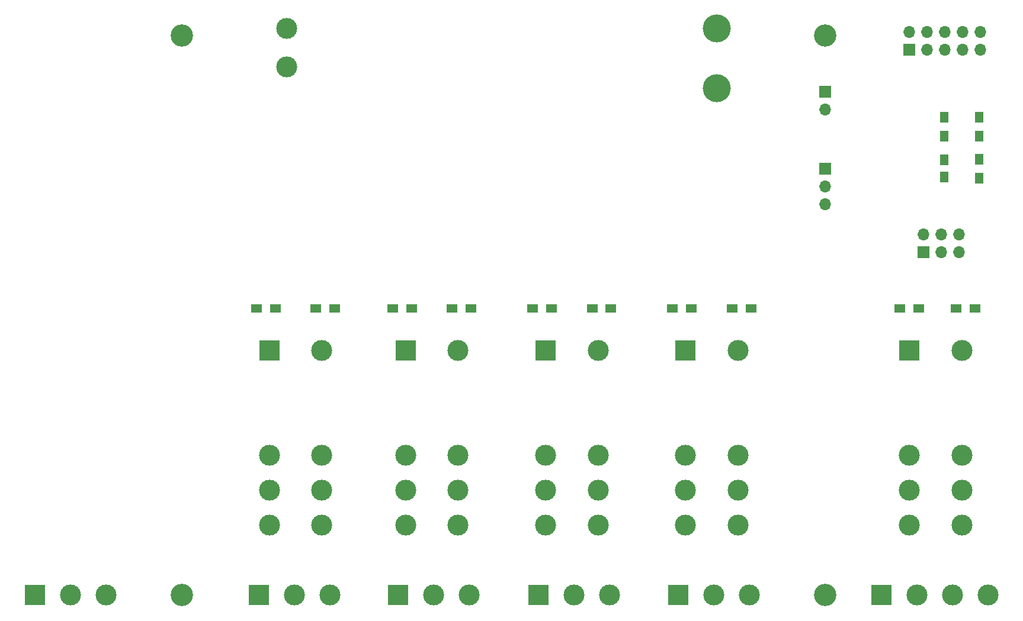
<source format=gbr>
G04 #@! TF.GenerationSoftware,KiCad,Pcbnew,(5.1.8)-1*
G04 #@! TF.CreationDate,2020-11-20T19:23:25+01:00*
G04 #@! TF.ProjectId,light-box,6c696768-742d-4626-9f78-2e6b69636164,rev?*
G04 #@! TF.SameCoordinates,Original*
G04 #@! TF.FileFunction,Soldermask,Top*
G04 #@! TF.FilePolarity,Negative*
%FSLAX46Y46*%
G04 Gerber Fmt 4.6, Leading zero omitted, Abs format (unit mm)*
G04 Created by KiCad (PCBNEW (5.1.8)-1) date 2020-11-20 19:23:25*
%MOMM*%
%LPD*%
G01*
G04 APERTURE LIST*
%ADD10R,1.250000X1.500000*%
%ADD11R,1.500000X1.300000*%
%ADD12R,3.000000X3.000000*%
%ADD13C,3.000000*%
%ADD14O,1.700000X1.700000*%
%ADD15R,1.700000X1.700000*%
%ADD16R,1.300000X1.500000*%
%ADD17C,3.200000*%
%ADD18C,4.000000*%
G04 APERTURE END LIST*
D10*
G04 #@! TO.C,C2*
X208000000Y-70250000D03*
X208000000Y-67750000D03*
G04 #@! TD*
D11*
G04 #@! TO.C,D1*
X109650000Y-89000000D03*
X112350000Y-89000000D03*
G04 #@! TD*
G04 #@! TO.C,D2*
X131850000Y-89000000D03*
X129150000Y-89000000D03*
G04 #@! TD*
G04 #@! TO.C,D3*
X151850000Y-89000000D03*
X149150000Y-89000000D03*
G04 #@! TD*
G04 #@! TO.C,D4*
X169150000Y-89000000D03*
X171850000Y-89000000D03*
G04 #@! TD*
G04 #@! TO.C,D5*
X201650000Y-89000000D03*
X204350000Y-89000000D03*
G04 #@! TD*
D12*
G04 #@! TO.C,J230V1*
X78000000Y-130000000D03*
D13*
X83080000Y-130000000D03*
X88160000Y-130000000D03*
G04 #@! TD*
D14*
G04 #@! TO.C,JBUS1*
X213160000Y-49460000D03*
X213160000Y-52000000D03*
X210620000Y-49460000D03*
X210620000Y-52000000D03*
X208080000Y-49460000D03*
X208080000Y-52000000D03*
X205540000Y-49460000D03*
X205540000Y-52000000D03*
X203000000Y-49460000D03*
D15*
X203000000Y-52000000D03*
G04 #@! TD*
D14*
G04 #@! TO.C,JDBG1*
X191000000Y-74080000D03*
X191000000Y-71540000D03*
D15*
X191000000Y-69000000D03*
G04 #@! TD*
D14*
G04 #@! TO.C,JISP1*
X210080000Y-78460000D03*
X210080000Y-81000000D03*
X207540000Y-78460000D03*
X207540000Y-81000000D03*
X205000000Y-78460000D03*
D15*
X205000000Y-81000000D03*
G04 #@! TD*
D14*
G04 #@! TO.C,JPWR1*
X191000000Y-60540000D03*
D15*
X191000000Y-58000000D03*
G04 #@! TD*
D12*
G04 #@! TO.C,JRL1*
X110000000Y-130000000D03*
D13*
X115080000Y-130000000D03*
X120160000Y-130000000D03*
G04 #@! TD*
G04 #@! TO.C,JRL2*
X140080000Y-130000000D03*
X135000000Y-130000000D03*
D12*
X129920000Y-130000000D03*
G04 #@! TD*
D13*
G04 #@! TO.C,JRL3*
X160160000Y-130000000D03*
X155080000Y-130000000D03*
D12*
X150000000Y-130000000D03*
G04 #@! TD*
D13*
G04 #@! TO.C,JRL4*
X180160000Y-130000000D03*
X175080000Y-130000000D03*
D12*
X170000000Y-130000000D03*
G04 #@! TD*
D13*
G04 #@! TO.C,JRL5*
X214240000Y-130000000D03*
D12*
X199000000Y-130000000D03*
D13*
X209160000Y-130000000D03*
X204080000Y-130000000D03*
G04 #@! TD*
D11*
G04 #@! TO.C,R1*
X118150000Y-89000000D03*
X120850000Y-89000000D03*
G04 #@! TD*
G04 #@! TO.C,R2*
X137650000Y-89000000D03*
X140350000Y-89000000D03*
G04 #@! TD*
G04 #@! TO.C,R3*
X157650000Y-89000000D03*
X160350000Y-89000000D03*
G04 #@! TD*
G04 #@! TO.C,R4*
X177650000Y-89000000D03*
X180350000Y-89000000D03*
G04 #@! TD*
G04 #@! TO.C,R5*
X212350000Y-89000000D03*
X209650000Y-89000000D03*
G04 #@! TD*
D16*
G04 #@! TO.C,R6*
X213000000Y-70350000D03*
X213000000Y-67650000D03*
G04 #@! TD*
G04 #@! TO.C,R7*
X213000000Y-61650000D03*
X213000000Y-64350000D03*
G04 #@! TD*
G04 #@! TO.C,R8*
X208000000Y-61650000D03*
X208000000Y-64350000D03*
G04 #@! TD*
D17*
G04 #@! TO.C,H1*
X99000000Y-50000000D03*
G04 #@! TD*
G04 #@! TO.C,H2*
X191000000Y-50000000D03*
G04 #@! TD*
G04 #@! TO.C,H3*
X191000000Y-130000000D03*
G04 #@! TD*
G04 #@! TO.C,H4*
X99000000Y-130000000D03*
G04 #@! TD*
D13*
G04 #@! TO.C,PS1*
X114000000Y-49000000D03*
D18*
X175500000Y-49000000D03*
D13*
X114000000Y-54500000D03*
D18*
X175500000Y-57500000D03*
G04 #@! TD*
D13*
G04 #@! TO.C,RL1*
X119000000Y-110000000D03*
X119000000Y-120000000D03*
X119000000Y-115000000D03*
X111500000Y-110000000D03*
X111500000Y-120000000D03*
X111500000Y-115000000D03*
X119000000Y-95000000D03*
D12*
X111500000Y-95000000D03*
G04 #@! TD*
G04 #@! TO.C,RL2*
X131000000Y-95000000D03*
D13*
X138500000Y-95000000D03*
X131000000Y-115000000D03*
X131000000Y-120000000D03*
X131000000Y-110000000D03*
X138500000Y-115000000D03*
X138500000Y-120000000D03*
X138500000Y-110000000D03*
G04 #@! TD*
G04 #@! TO.C,RL3*
X158500000Y-110000000D03*
X158500000Y-120000000D03*
X158500000Y-115000000D03*
X151000000Y-110000000D03*
X151000000Y-120000000D03*
X151000000Y-115000000D03*
X158500000Y-95000000D03*
D12*
X151000000Y-95000000D03*
G04 #@! TD*
G04 #@! TO.C,RL4*
X171000000Y-95000000D03*
D13*
X178500000Y-95000000D03*
X171000000Y-115000000D03*
X171000000Y-120000000D03*
X171000000Y-110000000D03*
X178500000Y-115000000D03*
X178500000Y-120000000D03*
X178500000Y-110000000D03*
G04 #@! TD*
G04 #@! TO.C,RL5*
X210500000Y-110000000D03*
X210500000Y-120000000D03*
X210500000Y-115000000D03*
X203000000Y-110000000D03*
X203000000Y-120000000D03*
X203000000Y-115000000D03*
X210500000Y-95000000D03*
D12*
X203000000Y-95000000D03*
G04 #@! TD*
M02*

</source>
